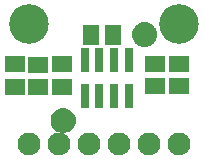
<source format=gbr>
G04 EAGLE Gerber RS-274X export*
G75*
%MOMM*%
%FSLAX34Y34*%
%LPD*%
%INSoldermask Top*%
%IPPOS*%
%AMOC8*
5,1,8,0,0,1.08239X$1,22.5*%
G01*
%ADD10R,0.752400X2.052400*%
%ADD11R,1.652400X1.452400*%
%ADD12C,1.930400*%
%ADD13C,3.352400*%
%ADD14R,1.452400X1.652400*%

G36*
X55792Y34520D02*
X55792Y34520D01*
X55835Y34532D01*
X55901Y34539D01*
X57584Y34990D01*
X57625Y35009D01*
X57688Y35028D01*
X59268Y35765D01*
X59305Y35791D01*
X59364Y35820D01*
X60792Y36820D01*
X60823Y36852D01*
X60876Y36891D01*
X62109Y38124D01*
X62134Y38160D01*
X62180Y38208D01*
X63180Y39636D01*
X63198Y39677D01*
X63235Y39732D01*
X63972Y41312D01*
X63983Y41355D01*
X64010Y41416D01*
X64461Y43099D01*
X64463Y43131D01*
X64470Y43152D01*
X64470Y43167D01*
X64480Y43208D01*
X64632Y44945D01*
X64628Y44989D01*
X64632Y45055D01*
X64480Y46792D01*
X64468Y46835D01*
X64461Y46901D01*
X64010Y48584D01*
X63991Y48625D01*
X63972Y48688D01*
X63235Y50268D01*
X63209Y50305D01*
X63180Y50364D01*
X62180Y51792D01*
X62148Y51823D01*
X62109Y51876D01*
X60876Y53109D01*
X60840Y53134D01*
X60792Y53180D01*
X59364Y54180D01*
X59323Y54198D01*
X59268Y54235D01*
X57688Y54972D01*
X57645Y54983D01*
X57584Y55010D01*
X55901Y55461D01*
X55856Y55464D01*
X55792Y55480D01*
X54055Y55632D01*
X54011Y55628D01*
X53945Y55632D01*
X52208Y55480D01*
X52165Y55468D01*
X52099Y55461D01*
X50416Y55010D01*
X50375Y54991D01*
X50312Y54972D01*
X48732Y54235D01*
X48695Y54209D01*
X48636Y54180D01*
X47208Y53180D01*
X47177Y53148D01*
X47124Y53109D01*
X45891Y51876D01*
X45866Y51840D01*
X45820Y51792D01*
X44820Y50364D01*
X44802Y50323D01*
X44765Y50268D01*
X44028Y48688D01*
X44017Y48645D01*
X43990Y48584D01*
X43539Y46901D01*
X43536Y46856D01*
X43520Y46792D01*
X43368Y45055D01*
X43372Y45011D01*
X43368Y44945D01*
X43520Y43208D01*
X43532Y43165D01*
X43536Y43131D01*
X43536Y43115D01*
X43538Y43110D01*
X43539Y43099D01*
X43990Y41416D01*
X44009Y41375D01*
X44028Y41312D01*
X44765Y39732D01*
X44791Y39695D01*
X44820Y39636D01*
X45820Y38208D01*
X45852Y38177D01*
X45891Y38124D01*
X47124Y36891D01*
X47160Y36866D01*
X47208Y36820D01*
X48636Y35820D01*
X48677Y35802D01*
X48732Y35765D01*
X50312Y35028D01*
X50355Y35017D01*
X50416Y34990D01*
X52099Y34539D01*
X52144Y34536D01*
X52208Y34520D01*
X53945Y34368D01*
X53989Y34372D01*
X54055Y34368D01*
X55792Y34520D01*
G37*
G36*
X124712Y107360D02*
X124712Y107360D01*
X124755Y107372D01*
X124821Y107379D01*
X126504Y107830D01*
X126545Y107849D01*
X126608Y107868D01*
X128188Y108605D01*
X128225Y108631D01*
X128284Y108660D01*
X129712Y109660D01*
X129743Y109692D01*
X129796Y109731D01*
X131029Y110964D01*
X131054Y111000D01*
X131100Y111048D01*
X132100Y112476D01*
X132118Y112517D01*
X132155Y112572D01*
X132892Y114152D01*
X132903Y114195D01*
X132930Y114256D01*
X133381Y115939D01*
X133383Y115971D01*
X133390Y115992D01*
X133390Y116007D01*
X133400Y116048D01*
X133552Y117785D01*
X133548Y117829D01*
X133552Y117895D01*
X133400Y119632D01*
X133388Y119675D01*
X133381Y119741D01*
X132930Y121424D01*
X132911Y121465D01*
X132892Y121528D01*
X132155Y123108D01*
X132129Y123145D01*
X132100Y123204D01*
X131100Y124632D01*
X131068Y124663D01*
X131029Y124716D01*
X129796Y125949D01*
X129760Y125974D01*
X129712Y126020D01*
X128284Y127020D01*
X128243Y127038D01*
X128188Y127075D01*
X126608Y127812D01*
X126565Y127823D01*
X126504Y127850D01*
X124821Y128301D01*
X124776Y128304D01*
X124712Y128320D01*
X122975Y128472D01*
X122931Y128468D01*
X122865Y128472D01*
X121128Y128320D01*
X121085Y128308D01*
X121019Y128301D01*
X119336Y127850D01*
X119295Y127831D01*
X119232Y127812D01*
X117652Y127075D01*
X117615Y127049D01*
X117556Y127020D01*
X116128Y126020D01*
X116097Y125988D01*
X116044Y125949D01*
X114811Y124716D01*
X114786Y124680D01*
X114740Y124632D01*
X113740Y123204D01*
X113722Y123163D01*
X113685Y123108D01*
X112948Y121528D01*
X112937Y121485D01*
X112910Y121424D01*
X112459Y119741D01*
X112456Y119696D01*
X112440Y119632D01*
X112288Y117895D01*
X112292Y117851D01*
X112288Y117785D01*
X112440Y116048D01*
X112452Y116005D01*
X112456Y115971D01*
X112456Y115955D01*
X112458Y115950D01*
X112459Y115939D01*
X112910Y114256D01*
X112929Y114215D01*
X112948Y114152D01*
X113685Y112572D01*
X113711Y112535D01*
X113740Y112476D01*
X114740Y111048D01*
X114772Y111017D01*
X114811Y110964D01*
X116044Y109731D01*
X116080Y109706D01*
X116128Y109660D01*
X117556Y108660D01*
X117597Y108642D01*
X117652Y108605D01*
X119232Y107868D01*
X119275Y107857D01*
X119336Y107830D01*
X121019Y107379D01*
X121064Y107376D01*
X121128Y107360D01*
X122865Y107208D01*
X122909Y107212D01*
X122975Y107208D01*
X124712Y107360D01*
G37*
D10*
X109650Y96280D03*
X97150Y96280D03*
X84650Y96280D03*
X72150Y96280D03*
X72150Y66280D03*
X84650Y66280D03*
X97150Y66280D03*
X109650Y66280D03*
D11*
X152400Y74320D03*
X152400Y93320D03*
X12860Y73860D03*
X12860Y92860D03*
D12*
X152400Y25400D03*
X127000Y25400D03*
X101600Y25400D03*
X76200Y25400D03*
X50800Y25400D03*
X25400Y25400D03*
D13*
X25400Y127000D03*
X152400Y127000D03*
D14*
X96320Y117760D03*
X77320Y117760D03*
D11*
X132000Y93320D03*
X132000Y74320D03*
X52720Y73860D03*
X52720Y92860D03*
X33000Y73500D03*
X33000Y92500D03*
M02*

</source>
